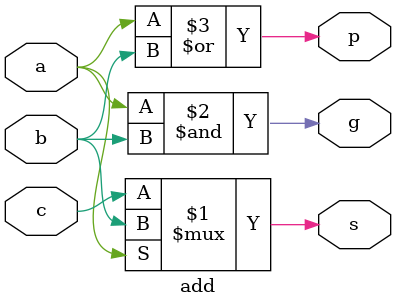
<source format=v>
`timescale 1ns / 1ps


module add (a, b, c, g, p, s); // adder and g, p
input a, b, c; // inputs: a, b, c;
output g, p, s; // outputs: g, p, s;
assign s=a?b:c; // output: sum of inputs
assign g = a & b; // output: carry generator
assign p = a | b; // output: carry propagator
endmodule

</source>
